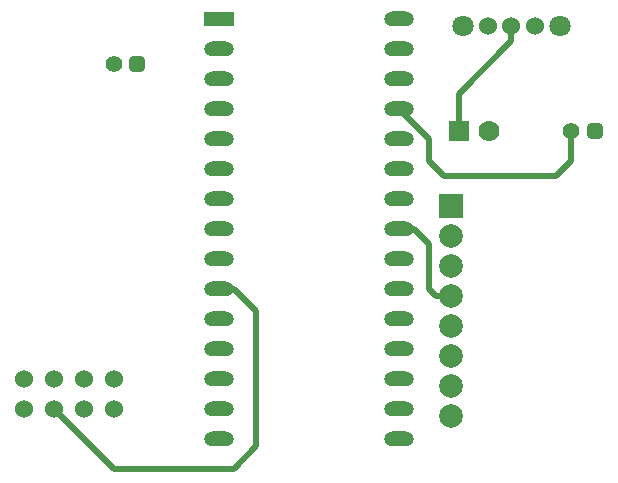
<source format=gbl>
G04 Layer_Physical_Order=2*
G04 Layer_Color=11436288*
%FSLAX25Y25*%
%MOIN*%
G70*
G01*
G75*
%ADD10C,0.01969*%
G04:AMPARAMS|DCode=11|XSize=55.12mil|YSize=55.12mil|CornerRadius=16.54mil|HoleSize=0mil|Usage=FLASHONLY|Rotation=0.000|XOffset=0mil|YOffset=0mil|HoleType=Round|Shape=RoundedRectangle|*
%AMROUNDEDRECTD11*
21,1,0.05512,0.02205,0,0,0.0*
21,1,0.02205,0.05512,0,0,0.0*
1,1,0.03307,0.01102,-0.01102*
1,1,0.03307,-0.01102,-0.01102*
1,1,0.03307,-0.01102,0.01102*
1,1,0.03307,0.01102,0.01102*
%
%ADD11ROUNDEDRECTD11*%
%ADD12C,0.05512*%
%ADD13C,0.07000*%
%ADD14R,0.07000X0.07000*%
%ADD15C,0.06000*%
%ADD16O,0.10000X0.05000*%
%ADD17R,0.10000X0.05000*%
%ADD18R,0.07874X0.07874*%
%ADD19C,0.07874*%
%ADD20C,0.07087*%
D10*
X272500Y317500D02*
X277500D01*
X270000Y320000D02*
X272500Y317500D01*
X270000Y320000D02*
Y335000D01*
X265000Y340000D02*
X270000Y335000D01*
X260000Y340000D02*
X265000D01*
X317500Y362500D02*
Y372500D01*
X312500Y357500D02*
X317500Y362500D01*
X275000Y357500D02*
X312500D01*
X270000Y362500D02*
X275000Y357500D01*
X270000Y362500D02*
Y370000D01*
X260000Y380000D02*
X270000Y370000D01*
X297500Y402500D02*
Y407450D01*
X280000Y385000D02*
X297500Y402500D01*
X280000Y372500D02*
Y385000D01*
X200000Y320000D02*
X205000D01*
X212500Y312500D01*
Y267500D02*
Y312500D01*
X205000Y260000D02*
X212500Y267500D01*
X165000Y260000D02*
X205000D01*
X145000Y280000D02*
X165000Y260000D01*
D11*
X325374Y372500D02*
D03*
X172874Y395000D02*
D03*
D12*
X317500Y372500D02*
D03*
X165000Y395000D02*
D03*
D13*
X290000Y372500D02*
D03*
D14*
X280000D02*
D03*
D15*
X135000Y290000D02*
D03*
Y280000D02*
D03*
X145000Y290000D02*
D03*
Y280000D02*
D03*
X155000Y290000D02*
D03*
Y280000D02*
D03*
X165000Y290000D02*
D03*
Y280000D02*
D03*
X305450Y407500D02*
D03*
X297550D02*
D03*
X289650D02*
D03*
D16*
X260000Y270000D02*
D03*
Y280000D02*
D03*
Y290000D02*
D03*
Y300000D02*
D03*
Y310000D02*
D03*
Y320000D02*
D03*
Y330000D02*
D03*
Y340000D02*
D03*
Y350000D02*
D03*
Y360000D02*
D03*
Y370000D02*
D03*
Y380000D02*
D03*
Y390000D02*
D03*
Y400000D02*
D03*
Y410000D02*
D03*
X200000Y270000D02*
D03*
Y280000D02*
D03*
Y290000D02*
D03*
Y300000D02*
D03*
Y310000D02*
D03*
Y320000D02*
D03*
Y330000D02*
D03*
Y340000D02*
D03*
Y350000D02*
D03*
Y360000D02*
D03*
Y370000D02*
D03*
Y380000D02*
D03*
Y390000D02*
D03*
Y400000D02*
D03*
D17*
Y410000D02*
D03*
D18*
X277500Y347500D02*
D03*
D19*
Y337500D02*
D03*
Y327500D02*
D03*
Y317500D02*
D03*
Y307500D02*
D03*
Y297500D02*
D03*
Y287500D02*
D03*
Y277500D02*
D03*
D20*
X313650Y407500D02*
D03*
X281350D02*
D03*
M02*

</source>
